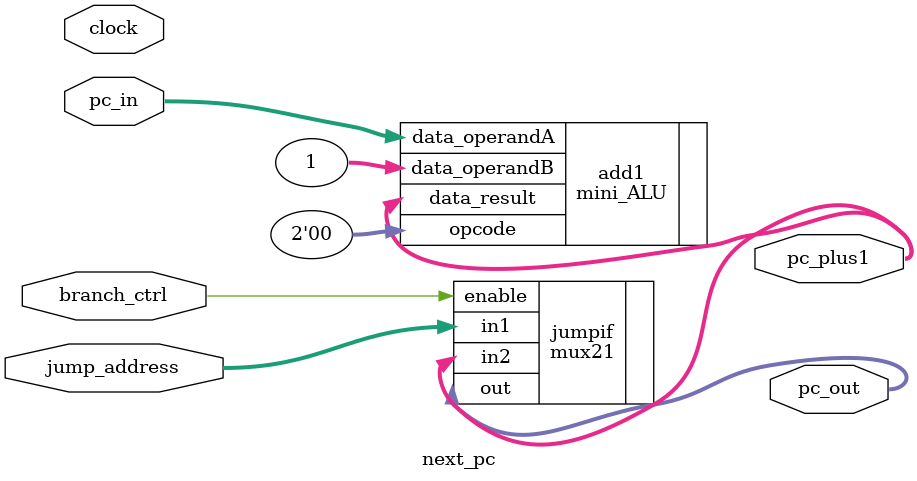
<source format=v>
module next_pc(pc_out, pc_plus1, clock, branch_ctrl, jump_address, pc_in);
	
	input clock, branch_ctrl;
	input [31:0] pc_in, jump_address;
	
	output [31:0] pc_out, pc_plus1;
	
	// add four to current PC
	mini_ALU add1(.data_result(pc_plus1), .data_operandA(pc_in), .data_operandB(32'd1), .opcode(2'b00));
	
	// decide if there's a jump
	mux21 jumpif(.enable(branch_ctrl), .in1(jump_address), .in2(pc_plus1), .out(pc_out));
	
endmodule 
</source>
